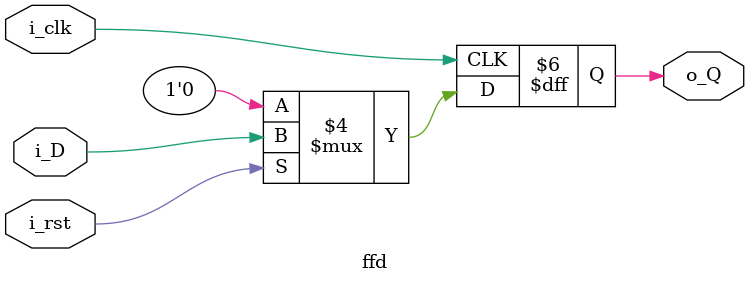
<source format=sv>
module ffd (
	input		i_D,		//input data		
	input		i_clk,		//clock signal
	input 		i_rst,		//reset signal
	output	reg 	o_Q		//output data
	);

always_ff@(posedge i_clk)
begin
	if (i_rst == 1'b0) begin
		o_Q <= 1'b0;
	end
	else begin
		o_Q <= i_D ;
	end
end

endmodule

</source>
